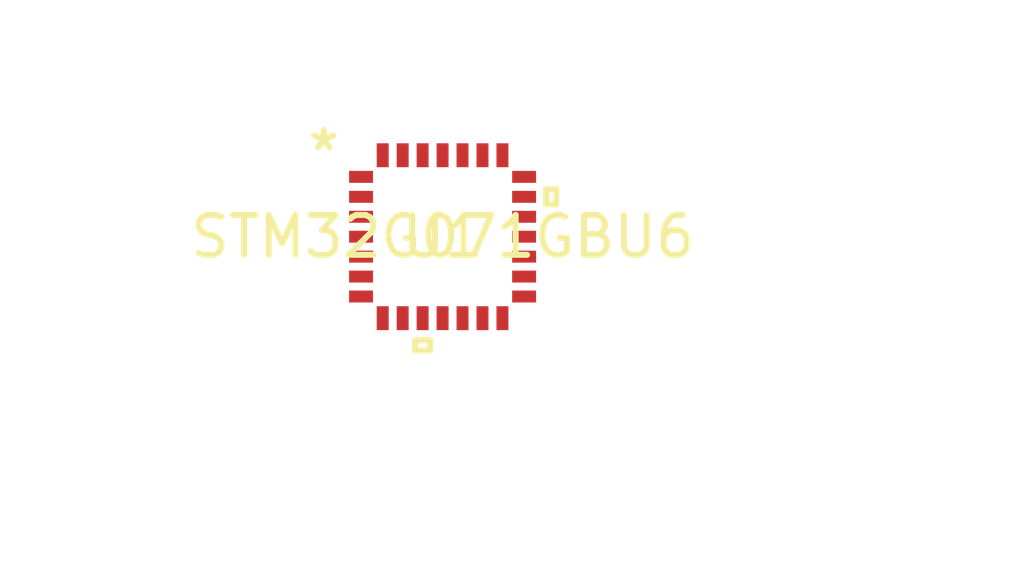
<source format=kicad_pcb>
(kicad_pcb (version 20171130) (host pcbnew 5.1.7-a382d34a8~87~ubuntu18.04.1)

  (general
    (thickness 1.6002)
    (drawings 0)
    (tracks 0)
    (zones 0)
    (modules 1)
    (nets 29)
  )

  (page USLetter)
  (title_block
    (rev 1)
  )

  (layers
    (0 Front signal)
    (1 In1.Cu signal)
    (2 In2.Cu signal)
    (31 Back signal)
    (34 B.Paste user hide)
    (35 F.Paste user)
    (36 B.SilkS user)
    (37 F.SilkS user hide)
    (38 B.Mask user)
    (39 F.Mask user)
    (44 Edge.Cuts user)
    (45 Margin user)
    (46 B.CrtYd user)
    (47 F.CrtYd user)
    (49 F.Fab user)
  )

  (setup
    (last_trace_width 0.254)
    (user_trace_width 0.127)
    (user_trace_width 0.254)
    (user_trace_width 0.508)
    (user_trace_width 0.762)
    (trace_clearance 0.127)
    (zone_clearance 0.508)
    (zone_45_only no)
    (trace_min 0.0889)
    (via_size 0.6858)
    (via_drill 0.3302)
    (via_min_size 0.45)
    (via_min_drill 0.2)
    (user_via 0.6858 0.3302)
    (user_via 0.889 0.381)
    (uvia_size 0.6858)
    (uvia_drill 0.3302)
    (uvias_allowed no)
    (uvia_min_size 0)
    (uvia_min_drill 0)
    (edge_width 0.0381)
    (segment_width 0.254)
    (pcb_text_width 0.3048)
    (pcb_text_size 1.524 1.524)
    (mod_edge_width 0.1524)
    (mod_text_size 0.8128 0.8128)
    (mod_text_width 0.1524)
    (pad_size 1.524 1.524)
    (pad_drill 0.762)
    (pad_to_mask_clearance 0)
    (solder_mask_min_width 0.1016)
    (aux_axis_origin 0 0)
    (visible_elements FEFFFF7F)
    (pcbplotparams
      (layerselection 0x010fc_ffffffff)
      (usegerberextensions false)
      (usegerberattributes false)
      (usegerberadvancedattributes false)
      (creategerberjobfile false)
      (excludeedgelayer true)
      (linewidth 0.152400)
      (plotframeref false)
      (viasonmask false)
      (mode 1)
      (useauxorigin false)
      (hpglpennumber 1)
      (hpglpenspeed 20)
      (hpglpendiameter 15.000000)
      (psnegative false)
      (psa4output false)
      (plotreference true)
      (plotvalue false)
      (plotinvisibletext false)
      (padsonsilk false)
      (subtractmaskfromsilk true)
      (outputformat 1)
      (mirror false)
      (drillshape 0)
      (scaleselection 1)
      (outputdirectory "./gerbers"))
  )

  (net 0 "")
  (net 1 "Net-(U1-Pad28)")
  (net 2 "Net-(U1-Pad27)")
  (net 3 "Net-(U1-Pad26)")
  (net 4 "Net-(U1-Pad25)")
  (net 5 "Net-(U1-Pad24)")
  (net 6 "Net-(U1-Pad23)")
  (net 7 "Net-(U1-Pad22)")
  (net 8 "Net-(U1-Pad21)")
  (net 9 "Net-(U1-Pad20)")
  (net 10 "Net-(U1-Pad19)")
  (net 11 "Net-(U1-Pad18)")
  (net 12 "Net-(U1-Pad17)")
  (net 13 "Net-(U1-Pad16)")
  (net 14 "Net-(U1-Pad15)")
  (net 15 "Net-(U1-Pad14)")
  (net 16 "Net-(U1-Pad13)")
  (net 17 "Net-(U1-Pad12)")
  (net 18 "Net-(U1-Pad11)")
  (net 19 "Net-(U1-Pad10)")
  (net 20 "Net-(U1-Pad9)")
  (net 21 "Net-(U1-Pad8)")
  (net 22 "Net-(U1-Pad7)")
  (net 23 "Net-(U1-Pad6)")
  (net 24 "Net-(U1-Pad5)")
  (net 25 "Net-(U1-Pad4)")
  (net 26 "Net-(U1-Pad3)")
  (net 27 "Net-(U1-Pad2)")
  (net 28 "Net-(U1-Pad1)")

  (net_class Default "This is the default net class."
    (clearance 0.127)
    (trace_width 0.254)
    (via_dia 0.6858)
    (via_drill 0.3302)
    (uvia_dia 0.6858)
    (uvia_drill 0.3302)
    (diff_pair_width 0.1524)
    (diff_pair_gap 0.254)
    (add_net "Net-(U1-Pad1)")
    (add_net "Net-(U1-Pad10)")
    (add_net "Net-(U1-Pad11)")
    (add_net "Net-(U1-Pad12)")
    (add_net "Net-(U1-Pad13)")
    (add_net "Net-(U1-Pad14)")
    (add_net "Net-(U1-Pad15)")
    (add_net "Net-(U1-Pad16)")
    (add_net "Net-(U1-Pad17)")
    (add_net "Net-(U1-Pad18)")
    (add_net "Net-(U1-Pad19)")
    (add_net "Net-(U1-Pad2)")
    (add_net "Net-(U1-Pad20)")
    (add_net "Net-(U1-Pad21)")
    (add_net "Net-(U1-Pad22)")
    (add_net "Net-(U1-Pad23)")
    (add_net "Net-(U1-Pad24)")
    (add_net "Net-(U1-Pad25)")
    (add_net "Net-(U1-Pad26)")
    (add_net "Net-(U1-Pad27)")
    (add_net "Net-(U1-Pad28)")
    (add_net "Net-(U1-Pad3)")
    (add_net "Net-(U1-Pad4)")
    (add_net "Net-(U1-Pad5)")
    (add_net "Net-(U1-Pad6)")
    (add_net "Net-(U1-Pad7)")
    (add_net "Net-(U1-Pad8)")
    (add_net "Net-(U1-Pad9)")
  )

  (module JLCPCB:STM32G071GBU6 (layer Front) (tedit 0) (tstamp 5F8B8ECC)
    (at 0 -1.27)
    (path /5F8AF5E7)
    (fp_text reference U1 (at 0 0) (layer F.SilkS)
      (effects (font (size 1 1) (thickness 0.15)))
    )
    (fp_text value STM32G071GBU6 (at 0 0) (layer F.SilkS)
      (effects (font (size 1 1) (thickness 0.15)))
    )
    (fp_text user * (at -1.490726 -1.75133) (layer F.Fab)
      (effects (font (size 1 1) (thickness 0.15)))
    )
    (fp_text user * (at -2.979674 -2.13233) (layer F.SilkS)
      (effects (font (size 1 1) (thickness 0.15)))
    )
    (fp_text user 0.161in/4.089mm (at 7.6327 0.635) (layer Dwgs.User)
      (effects (font (size 1 1) (thickness 0.15)))
    )
    (fp_text user 0.161in/4.089mm (at 0 7.6327) (layer Dwgs.User)
      (effects (font (size 1 1) (thickness 0.15)))
    )
    (fp_text user 0.012in/0.3mm (at -5.0927 2.0447) (layer Dwgs.User)
      (effects (font (size 1 1) (thickness 0.15)))
    )
    (fp_text user 0.024in/0.6mm (at -2.0447 -5.0927) (layer Dwgs.User)
      (effects (font (size 1 1) (thickness 0.15)))
    )
    (fp_text user 0.02in/0.5mm (at -3.972674 -1.25095) (layer Dwgs.User)
      (effects (font (size 1 1) (thickness 0.15)))
    )
    (fp_text user * (at -1.490726 -1.75133) (layer F.Fab)
      (effects (font (size 1 1) (thickness 0.15)))
    )
    (fp_text user * (at -2.979674 -2.13233) (layer F.SilkS)
      (effects (font (size 1 1) (thickness 0.15)))
    )
    (fp_text user "Copyright 2016 Accelerated Designs. All rights reserved." (at 0 0) (layer Cmts.User)
      (effects (font (size 0.127 0.127) (thickness 0.002)))
    )
    (fp_line (start -1.5494 -0.2794) (end -0.2794 -1.5494) (layer F.Fab) (width 0.1524))
    (fp_line (start -1.5494 1.5494) (end 1.5494 1.5494) (layer F.Fab) (width 0.1524))
    (fp_line (start 1.5494 1.5494) (end 1.5494 -1.5494) (layer F.Fab) (width 0.1524))
    (fp_line (start 1.5494 -1.5494) (end -1.5494 -1.5494) (layer F.Fab) (width 0.1524))
    (fp_line (start -1.5494 -1.5494) (end -1.5494 1.5494) (layer F.Fab) (width 0.1524))
    (fp_line (start -0.69088 2.598674) (end -0.69088 2.852674) (layer F.SilkS) (width 0.1524))
    (fp_line (start -0.69088 2.852674) (end -0.30988 2.852674) (layer F.SilkS) (width 0.1524))
    (fp_line (start -0.30988 2.852674) (end -0.30988 2.598674) (layer F.SilkS) (width 0.1524))
    (fp_line (start -0.30988 2.598674) (end -0.69088 2.598674) (layer F.SilkS) (width 0.1524))
    (fp_line (start 2.852674 -1.19126) (end 2.852674 -0.81026) (layer F.SilkS) (width 0.1524))
    (fp_line (start 2.852674 -0.81026) (end 2.598674 -0.81026) (layer F.SilkS) (width 0.1524))
    (fp_line (start 2.598674 -0.81026) (end 2.598674 -1.19126) (layer F.SilkS) (width 0.1524))
    (fp_line (start 2.598674 -1.19126) (end 2.852674 -1.19126) (layer F.SilkS) (width 0.1524))
    (fp_line (start -1.8034 1.8034) (end -1.8034 1.905127) (layer F.CrtYd) (width 0.1524))
    (fp_line (start -1.8034 1.905127) (end -2.598674 1.905127) (layer F.CrtYd) (width 0.1524))
    (fp_line (start -2.598674 1.905127) (end -2.598674 -1.905127) (layer F.CrtYd) (width 0.1524))
    (fp_line (start -2.598674 -1.905127) (end -1.8034 -1.905127) (layer F.CrtYd) (width 0.1524))
    (fp_line (start -1.8034 -1.905127) (end -1.8034 -1.8034) (layer F.CrtYd) (width 0.1524))
    (fp_line (start -1.8034 -1.8034) (end -1.905127 -1.8034) (layer F.CrtYd) (width 0.1524))
    (fp_line (start -1.905127 -1.8034) (end -1.905127 -2.598674) (layer F.CrtYd) (width 0.1524))
    (fp_line (start -1.905127 -2.598674) (end 1.905127 -2.598674) (layer F.CrtYd) (width 0.1524))
    (fp_line (start 1.905127 -2.598674) (end 1.905127 -1.8034) (layer F.CrtYd) (width 0.1524))
    (fp_line (start 1.905127 -1.8034) (end 1.8034 -1.8034) (layer F.CrtYd) (width 0.1524))
    (fp_line (start 1.8034 -1.8034) (end 1.8034 -1.905127) (layer F.CrtYd) (width 0.1524))
    (fp_line (start 1.8034 -1.905127) (end 2.598674 -1.905127) (layer F.CrtYd) (width 0.1524))
    (fp_line (start 2.598674 -1.905127) (end 2.598674 1.905127) (layer F.CrtYd) (width 0.1524))
    (fp_line (start 2.598674 1.905127) (end 1.8034 1.905127) (layer F.CrtYd) (width 0.1524))
    (fp_line (start 1.8034 1.905127) (end 1.8034 1.8034) (layer F.CrtYd) (width 0.1524))
    (fp_line (start 1.8034 1.8034) (end 1.905127 1.8034) (layer F.CrtYd) (width 0.1524))
    (fp_line (start 1.905127 1.8034) (end 1.905127 2.598674) (layer F.CrtYd) (width 0.1524))
    (fp_line (start 1.905127 2.598674) (end -1.905127 2.598674) (layer F.CrtYd) (width 0.1524))
    (fp_line (start -1.905127 2.598674) (end -1.905127 1.8034) (layer F.CrtYd) (width 0.1524))
    (fp_line (start -1.905127 1.8034) (end -1.8034 1.8034) (layer F.CrtYd) (width 0.1524))
    (pad 28 smd rect (at -1.50114 -2.0447) (size 0.299974 0.599948) (layers Front F.Paste F.Mask)
      (net 1 "Net-(U1-Pad28)"))
    (pad 27 smd rect (at -1.00076 -2.0447) (size 0.299974 0.599948) (layers Front F.Paste F.Mask)
      (net 2 "Net-(U1-Pad27)"))
    (pad 26 smd rect (at -0.50038 -2.0447) (size 0.299974 0.599948) (layers Front F.Paste F.Mask)
      (net 3 "Net-(U1-Pad26)"))
    (pad 25 smd rect (at 0 -2.0447) (size 0.299974 0.599948) (layers Front F.Paste F.Mask)
      (net 4 "Net-(U1-Pad25)"))
    (pad 24 smd rect (at 0.50038 -2.0447) (size 0.299974 0.599948) (layers Front F.Paste F.Mask)
      (net 5 "Net-(U1-Pad24)"))
    (pad 23 smd rect (at 1.00076 -2.0447) (size 0.299974 0.599948) (layers Front F.Paste F.Mask)
      (net 6 "Net-(U1-Pad23)"))
    (pad 22 smd rect (at 1.50114 -2.0447) (size 0.299974 0.599948) (layers Front F.Paste F.Mask)
      (net 7 "Net-(U1-Pad22)"))
    (pad 21 smd rect (at 2.0447 -1.50114 90) (size 0.299974 0.599948) (layers Front F.Paste F.Mask)
      (net 8 "Net-(U1-Pad21)"))
    (pad 20 smd rect (at 2.0447 -1.00076 90) (size 0.299974 0.599948) (layers Front F.Paste F.Mask)
      (net 9 "Net-(U1-Pad20)"))
    (pad 19 smd rect (at 2.0447 -0.50038 90) (size 0.299974 0.599948) (layers Front F.Paste F.Mask)
      (net 10 "Net-(U1-Pad19)"))
    (pad 18 smd rect (at 2.0447 0 90) (size 0.299974 0.599948) (layers Front F.Paste F.Mask)
      (net 11 "Net-(U1-Pad18)"))
    (pad 17 smd rect (at 2.0447 0.50038 90) (size 0.299974 0.599948) (layers Front F.Paste F.Mask)
      (net 12 "Net-(U1-Pad17)"))
    (pad 16 smd rect (at 2.0447 1.00076 90) (size 0.299974 0.599948) (layers Front F.Paste F.Mask)
      (net 13 "Net-(U1-Pad16)"))
    (pad 15 smd rect (at 2.0447 1.50114 90) (size 0.299974 0.599948) (layers Front F.Paste F.Mask)
      (net 14 "Net-(U1-Pad15)"))
    (pad 14 smd rect (at 1.50114 2.0447) (size 0.299974 0.599948) (layers Front F.Paste F.Mask)
      (net 15 "Net-(U1-Pad14)"))
    (pad 13 smd rect (at 1.00076 2.0447) (size 0.299974 0.599948) (layers Front F.Paste F.Mask)
      (net 16 "Net-(U1-Pad13)"))
    (pad 12 smd rect (at 0.50038 2.0447) (size 0.299974 0.599948) (layers Front F.Paste F.Mask)
      (net 17 "Net-(U1-Pad12)"))
    (pad 11 smd rect (at 0 2.0447) (size 0.299974 0.599948) (layers Front F.Paste F.Mask)
      (net 18 "Net-(U1-Pad11)"))
    (pad 10 smd rect (at -0.50038 2.0447) (size 0.299974 0.599948) (layers Front F.Paste F.Mask)
      (net 19 "Net-(U1-Pad10)"))
    (pad 9 smd rect (at -1.00076 2.0447) (size 0.299974 0.599948) (layers Front F.Paste F.Mask)
      (net 20 "Net-(U1-Pad9)"))
    (pad 8 smd rect (at -1.50114 2.0447) (size 0.299974 0.599948) (layers Front F.Paste F.Mask)
      (net 21 "Net-(U1-Pad8)"))
    (pad 7 smd rect (at -2.0447 1.50114 90) (size 0.299974 0.599948) (layers Front F.Paste F.Mask)
      (net 22 "Net-(U1-Pad7)"))
    (pad 6 smd rect (at -2.0447 1.00076 90) (size 0.299974 0.599948) (layers Front F.Paste F.Mask)
      (net 23 "Net-(U1-Pad6)"))
    (pad 5 smd rect (at -2.0447 0.50038 90) (size 0.299974 0.599948) (layers Front F.Paste F.Mask)
      (net 24 "Net-(U1-Pad5)"))
    (pad 4 smd rect (at -2.0447 0 90) (size 0.299974 0.599948) (layers Front F.Paste F.Mask)
      (net 25 "Net-(U1-Pad4)"))
    (pad 3 smd rect (at -2.0447 -0.50038 90) (size 0.299974 0.599948) (layers Front F.Paste F.Mask)
      (net 26 "Net-(U1-Pad3)"))
    (pad 2 smd rect (at -2.0447 -1.00076 90) (size 0.299974 0.599948) (layers Front F.Paste F.Mask)
      (net 27 "Net-(U1-Pad2)"))
    (pad 1 smd rect (at -2.0447 -1.50114 90) (size 0.299974 0.599948) (layers Front F.Paste F.Mask)
      (net 28 "Net-(U1-Pad1)"))
  )

)

</source>
